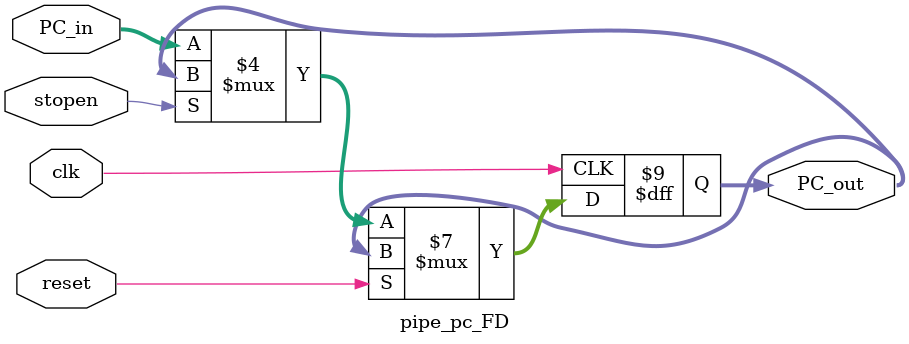
<source format=v>
`timescale 1ns / 1ps
module pipe_pc_FD(
	 input clk,
    input reset,
    input stopen,
    input [31:0] PC_in,
    output reg [31:0] PC_out
);
	initial
		begin
			PC_out = 0;
		end
    
    always @(posedge clk)
        begin
            if(reset)
                begin
                    ;
                end
            else if(stopen)
                begin
                    PC_out<=PC_out;
                end
            else
                begin
                    PC_out<=PC_in;
                end
        end

endmodule
</source>
